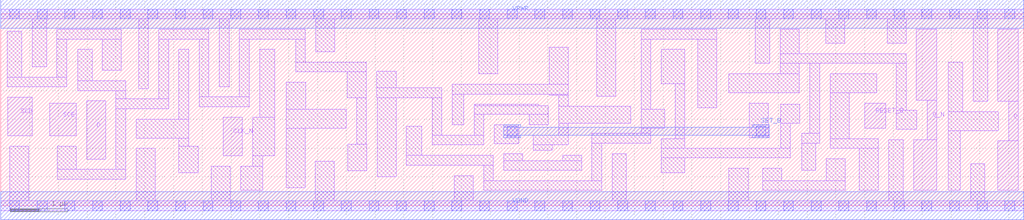
<source format=lef>
# Copyright 2020 The SkyWater PDK Authors
#
# Licensed under the Apache License, Version 2.0 (the "License");
# you may not use this file except in compliance with the License.
# You may obtain a copy of the License at
#
#     https://www.apache.org/licenses/LICENSE-2.0
#
# Unless required by applicable law or agreed to in writing, software
# distributed under the License is distributed on an "AS IS" BASIS,
# WITHOUT WARRANTIES OR CONDITIONS OF ANY KIND, either express or implied.
# See the License for the specific language governing permissions and
# limitations under the License.
#
# SPDX-License-Identifier: Apache-2.0

VERSION 5.7 ;
  NAMESCASESENSITIVE ON ;
  NOWIREEXTENSIONATPIN ON ;
  DIVIDERCHAR "/" ;
  BUSBITCHARS "[]" ;
UNITS
  DATABASE MICRONS 200 ;
END UNITS
MACRO sky130_fd_sc_lp__sdfbbn_1
  CLASS CORE ;
  SOURCE USER ;
  FOREIGN sky130_fd_sc_lp__sdfbbn_1 ;
  ORIGIN  0.000000  0.000000 ;
  SIZE  17.76000 BY  3.330000 ;
  SYMMETRY X Y R90 ;
  SITE unit ;
  PIN D
    ANTENNAGATEAREA  0.159000 ;
    DIRECTION INPUT ;
    USE SIGNAL ;
    PORT
      LAYER li1 ;
        RECT 1.490000 0.810000 1.820000 1.820000 ;
    END
  END D
  PIN Q
    ANTENNADIFFAREA  0.598500 ;
    DIRECTION OUTPUT ;
    USE SIGNAL ;
    PORT
      LAYER li1 ;
        RECT 17.315000 0.265000 17.670000 1.125000 ;
        RECT 17.315000 1.815000 17.670000 3.065000 ;
        RECT 17.500000 1.125000 17.670000 1.815000 ;
    END
  END Q
  PIN Q_N
    ANTENNADIFFAREA  0.592200 ;
    DIRECTION OUTPUT ;
    USE SIGNAL ;
    PORT
      LAYER li1 ;
        RECT 15.850000 0.265000 16.255000 1.145000 ;
        RECT 15.900000 1.835000 16.255000 3.065000 ;
        RECT 16.085000 1.145000 16.255000 1.835000 ;
    END
  END Q_N
  PIN RESET_B
    ANTENNAGATEAREA  0.159000 ;
    DIRECTION INPUT ;
    USE SIGNAL ;
    PORT
      LAYER li1 ;
        RECT 15.005000 1.345000 15.365000 1.780000 ;
    END
  END RESET_B
  PIN SCD
    ANTENNAGATEAREA  0.159000 ;
    DIRECTION INPUT ;
    USE SIGNAL ;
    PORT
      LAYER li1 ;
        RECT 0.125000 1.215000 0.550000 1.885000 ;
    END
  END SCD
  PIN SCE
    ANTENNAGATEAREA  0.318000 ;
    DIRECTION INPUT ;
    USE SIGNAL ;
    PORT
      LAYER li1 ;
        RECT 0.850000 1.215000 1.310000 1.780000 ;
    END
  END SCE
  PIN SET_B
    ANTENNAGATEAREA  0.444000 ;
    DIRECTION INPUT ;
    USE SIGNAL ;
    PORT
      LAYER met1 ;
        RECT  8.735000 1.180000  9.025000 1.225000 ;
        RECT  8.735000 1.225000 13.345000 1.365000 ;
        RECT  8.735000 1.365000  9.025000 1.410000 ;
        RECT 13.055000 1.180000 13.345000 1.225000 ;
        RECT 13.055000 1.365000 13.345000 1.410000 ;
    END
  END SET_B
  PIN CLK_N
    ANTENNAGATEAREA  0.159000 ;
    DIRECTION INPUT ;
    USE CLOCK ;
    PORT
      LAYER li1 ;
        RECT 3.860000 0.870000 4.195000 1.540000 ;
    END
  END CLK_N
  PIN VGND
    DIRECTION INOUT ;
    USE GROUND ;
    PORT
      LAYER met1 ;
        RECT 0.000000 -0.245000 17.760000 0.245000 ;
    END
  END VGND
  PIN VPWR
    DIRECTION INOUT ;
    USE POWER ;
    PORT
      LAYER met1 ;
        RECT 0.000000 3.085000 17.760000 3.575000 ;
    END
  END VPWR
  OBS
    LAYER li1 ;
      RECT  0.000000 -0.085000 17.760000 0.085000 ;
      RECT  0.000000  3.245000 17.760000 3.415000 ;
      RECT  0.115000  2.065000  1.145000 2.235000 ;
      RECT  0.115000  2.235000  0.365000 3.030000 ;
      RECT  0.155000  0.085000  0.485000 1.035000 ;
      RECT  0.545000  2.415000  0.795000 3.245000 ;
      RECT  0.975000  2.235000  1.145000 2.895000 ;
      RECT  0.975000  2.895000  2.095000 3.065000 ;
      RECT  0.980000  0.460000  2.170000 0.630000 ;
      RECT  0.980000  0.630000  1.310000 1.035000 ;
      RECT  1.335000  2.000000  2.170000 2.170000 ;
      RECT  1.335000  2.170000  1.585000 2.715000 ;
      RECT  1.765000  2.350000  2.095000 2.895000 ;
      RECT  2.000000  0.630000  2.170000 1.685000 ;
      RECT  2.000000  1.685000  2.915000 1.855000 ;
      RECT  2.000000  1.855000  2.170000 2.000000 ;
      RECT  2.350000  0.085000  2.680000 0.995000 ;
      RECT  2.350000  1.175000  3.265000 1.505000 ;
      RECT  2.395000  2.035000  2.565000 3.245000 ;
      RECT  2.745000  1.855000  2.915000 2.895000 ;
      RECT  2.745000  2.895000  3.615000 3.065000 ;
      RECT  3.095000  0.575000  3.425000 1.035000 ;
      RECT  3.095000  1.035000  3.265000 1.175000 ;
      RECT  3.095000  1.505000  3.265000 2.715000 ;
      RECT  3.445000  1.720000  4.315000 1.890000 ;
      RECT  3.445000  1.890000  3.615000 2.895000 ;
      RECT  3.655000  0.085000  3.985000 0.690000 ;
      RECT  3.795000  2.070000  3.965000 3.245000 ;
      RECT  4.145000  1.890000  4.315000 2.895000 ;
      RECT  4.145000  2.895000  5.290000 3.065000 ;
      RECT  4.165000  0.265000  4.545000 0.690000 ;
      RECT  4.375000  0.690000  4.545000 0.870000 ;
      RECT  4.375000  0.870000  4.760000 1.540000 ;
      RECT  4.495000  1.540000  4.760000 2.715000 ;
      RECT  4.955000  0.310000  5.285000 1.345000 ;
      RECT  4.955000  1.345000  6.000000 1.675000 ;
      RECT  4.955000  1.675000  5.295000 2.145000 ;
      RECT  5.120000  2.325000  6.350000 2.495000 ;
      RECT  5.120000  2.495000  5.290000 2.895000 ;
      RECT  5.465000  0.085000  5.795000 0.770000 ;
      RECT  5.470000  2.675000  5.800000 3.245000 ;
      RECT  6.020000  1.875000  6.350000 2.325000 ;
      RECT  6.025000  0.605000  6.355000 1.065000 ;
      RECT  6.180000  1.065000  6.350000 1.875000 ;
      RECT  6.530000  1.875000  7.660000 2.045000 ;
      RECT  6.530000  2.045000  6.865000 2.335000 ;
      RECT  6.535000  0.500000  6.865000 1.875000 ;
      RECT  7.045000  0.705000  8.555000 0.875000 ;
      RECT  7.045000  0.875000  7.310000 1.380000 ;
      RECT  7.490000  1.055000  8.390000 1.225000 ;
      RECT  7.490000  1.225000  7.660000 1.875000 ;
      RECT  7.840000  1.405000  8.040000 1.940000 ;
      RECT  7.840000  1.940000  9.855000 2.110000 ;
      RECT  7.875000  0.085000  8.205000 0.525000 ;
      RECT  8.220000  1.225000  8.390000 1.590000 ;
      RECT  8.220000  1.590000  9.505000 1.735000 ;
      RECT  8.220000  1.735000  9.345000 1.760000 ;
      RECT  8.300000  2.290000  8.630000 3.245000 ;
      RECT  8.385000  0.265000 10.435000 0.435000 ;
      RECT  8.385000  0.435000  8.555000 0.705000 ;
      RECT  8.570000  1.080000  8.995000 1.410000 ;
      RECT  8.735000  0.615000 10.085000 0.785000 ;
      RECT  8.735000  0.785000  9.065000 0.900000 ;
      RECT  9.175000  1.405000  9.505000 1.590000 ;
      RECT  9.245000  0.965000  9.575000 1.055000 ;
      RECT  9.245000  1.055000  9.855000 1.225000 ;
      RECT  9.525000  1.915000  9.855000 1.940000 ;
      RECT  9.525000  2.110000  9.855000 2.755000 ;
      RECT  9.685000  1.225000  9.855000 1.435000 ;
      RECT  9.685000  1.435000 10.940000 1.725000 ;
      RECT  9.685000  1.725000  9.855000 1.915000 ;
      RECT  9.755000  0.785000 10.085000 0.875000 ;
      RECT 10.265000  0.435000 10.435000 1.085000 ;
      RECT 10.265000  1.085000 11.290000 1.255000 ;
      RECT 10.345000  1.905000 10.675000 3.245000 ;
      RECT 10.615000  0.085000 10.865000 0.905000 ;
      RECT 11.120000  1.255000 11.290000 1.345000 ;
      RECT 11.120000  1.345000 11.530000 1.675000 ;
      RECT 11.120000  1.675000 11.290000 2.895000 ;
      RECT 11.120000  2.895000 12.430000 3.065000 ;
      RECT 11.470000  0.575000 11.880000 0.830000 ;
      RECT 11.470000  0.830000 13.710000 1.000000 ;
      RECT 11.470000  1.000000 11.880000 1.165000 ;
      RECT 11.470000  2.120000 11.880000 2.715000 ;
      RECT 11.710000  1.165000 11.880000 2.120000 ;
      RECT 12.100000  1.700000 12.430000 2.895000 ;
      RECT 12.640000  1.960000 13.865000 2.290000 ;
      RECT 12.645000  0.085000 12.975000 0.650000 ;
      RECT 13.000000  1.180000 13.330000 1.780000 ;
      RECT 13.105000  2.470000 13.355000 3.245000 ;
      RECT 13.235000  0.265000 14.665000 0.435000 ;
      RECT 13.235000  0.435000 13.565000 0.650000 ;
      RECT 13.535000  2.290000 13.865000 2.470000 ;
      RECT 13.535000  2.470000 15.720000 2.640000 ;
      RECT 13.535000  2.640000 13.865000 3.065000 ;
      RECT 13.540000  1.000000 13.710000 1.435000 ;
      RECT 13.540000  1.435000 13.870000 1.765000 ;
      RECT 13.905000  0.615000 14.155000 1.085000 ;
      RECT 13.905000  1.085000 14.220000 1.255000 ;
      RECT 14.050000  1.255000 14.220000 2.470000 ;
      RECT 14.325000  2.820000 14.655000 3.245000 ;
      RECT 14.335000  0.435000 14.665000 0.815000 ;
      RECT 14.400000  0.995000 15.240000 1.165000 ;
      RECT 14.400000  1.165000 14.730000 1.960000 ;
      RECT 14.400000  1.960000 15.210000 2.290000 ;
      RECT 14.910000  0.265000 15.240000 0.995000 ;
      RECT 15.390000  2.820000 15.720000 3.245000 ;
      RECT 15.420000  0.085000 15.670000 1.145000 ;
      RECT 15.550000  1.325000 15.905000 1.655000 ;
      RECT 15.550000  1.655000 15.720000 2.470000 ;
      RECT 16.455000  0.265000 16.660000 1.305000 ;
      RECT 16.455000  1.305000 17.320000 1.635000 ;
      RECT 16.455000  1.635000 16.705000 2.495000 ;
      RECT 16.840000  0.085000 17.090000 0.725000 ;
      RECT 16.885000  1.815000 17.135000 3.245000 ;
    LAYER mcon ;
      RECT  0.155000 -0.085000  0.325000 0.085000 ;
      RECT  0.155000  3.245000  0.325000 3.415000 ;
      RECT  0.635000 -0.085000  0.805000 0.085000 ;
      RECT  0.635000  3.245000  0.805000 3.415000 ;
      RECT  1.115000 -0.085000  1.285000 0.085000 ;
      RECT  1.115000  3.245000  1.285000 3.415000 ;
      RECT  1.595000 -0.085000  1.765000 0.085000 ;
      RECT  1.595000  3.245000  1.765000 3.415000 ;
      RECT  2.075000 -0.085000  2.245000 0.085000 ;
      RECT  2.075000  3.245000  2.245000 3.415000 ;
      RECT  2.555000 -0.085000  2.725000 0.085000 ;
      RECT  2.555000  3.245000  2.725000 3.415000 ;
      RECT  3.035000 -0.085000  3.205000 0.085000 ;
      RECT  3.035000  3.245000  3.205000 3.415000 ;
      RECT  3.515000 -0.085000  3.685000 0.085000 ;
      RECT  3.515000  3.245000  3.685000 3.415000 ;
      RECT  3.995000 -0.085000  4.165000 0.085000 ;
      RECT  3.995000  3.245000  4.165000 3.415000 ;
      RECT  4.475000 -0.085000  4.645000 0.085000 ;
      RECT  4.475000  3.245000  4.645000 3.415000 ;
      RECT  4.955000 -0.085000  5.125000 0.085000 ;
      RECT  4.955000  3.245000  5.125000 3.415000 ;
      RECT  5.435000 -0.085000  5.605000 0.085000 ;
      RECT  5.435000  3.245000  5.605000 3.415000 ;
      RECT  5.915000 -0.085000  6.085000 0.085000 ;
      RECT  5.915000  3.245000  6.085000 3.415000 ;
      RECT  6.395000 -0.085000  6.565000 0.085000 ;
      RECT  6.395000  3.245000  6.565000 3.415000 ;
      RECT  6.875000 -0.085000  7.045000 0.085000 ;
      RECT  6.875000  3.245000  7.045000 3.415000 ;
      RECT  7.355000 -0.085000  7.525000 0.085000 ;
      RECT  7.355000  3.245000  7.525000 3.415000 ;
      RECT  7.835000 -0.085000  8.005000 0.085000 ;
      RECT  7.835000  3.245000  8.005000 3.415000 ;
      RECT  8.315000 -0.085000  8.485000 0.085000 ;
      RECT  8.315000  3.245000  8.485000 3.415000 ;
      RECT  8.795000 -0.085000  8.965000 0.085000 ;
      RECT  8.795000  1.210000  8.965000 1.380000 ;
      RECT  8.795000  3.245000  8.965000 3.415000 ;
      RECT  9.275000 -0.085000  9.445000 0.085000 ;
      RECT  9.275000  3.245000  9.445000 3.415000 ;
      RECT  9.755000 -0.085000  9.925000 0.085000 ;
      RECT  9.755000  3.245000  9.925000 3.415000 ;
      RECT 10.235000 -0.085000 10.405000 0.085000 ;
      RECT 10.235000  3.245000 10.405000 3.415000 ;
      RECT 10.715000 -0.085000 10.885000 0.085000 ;
      RECT 10.715000  3.245000 10.885000 3.415000 ;
      RECT 11.195000 -0.085000 11.365000 0.085000 ;
      RECT 11.195000  3.245000 11.365000 3.415000 ;
      RECT 11.675000 -0.085000 11.845000 0.085000 ;
      RECT 11.675000  3.245000 11.845000 3.415000 ;
      RECT 12.155000 -0.085000 12.325000 0.085000 ;
      RECT 12.155000  3.245000 12.325000 3.415000 ;
      RECT 12.635000 -0.085000 12.805000 0.085000 ;
      RECT 12.635000  3.245000 12.805000 3.415000 ;
      RECT 13.115000 -0.085000 13.285000 0.085000 ;
      RECT 13.115000  1.210000 13.285000 1.380000 ;
      RECT 13.115000  3.245000 13.285000 3.415000 ;
      RECT 13.595000 -0.085000 13.765000 0.085000 ;
      RECT 13.595000  3.245000 13.765000 3.415000 ;
      RECT 14.075000 -0.085000 14.245000 0.085000 ;
      RECT 14.075000  3.245000 14.245000 3.415000 ;
      RECT 14.555000 -0.085000 14.725000 0.085000 ;
      RECT 14.555000  3.245000 14.725000 3.415000 ;
      RECT 15.035000 -0.085000 15.205000 0.085000 ;
      RECT 15.035000  3.245000 15.205000 3.415000 ;
      RECT 15.515000 -0.085000 15.685000 0.085000 ;
      RECT 15.515000  3.245000 15.685000 3.415000 ;
      RECT 15.995000 -0.085000 16.165000 0.085000 ;
      RECT 15.995000  3.245000 16.165000 3.415000 ;
      RECT 16.475000 -0.085000 16.645000 0.085000 ;
      RECT 16.475000  3.245000 16.645000 3.415000 ;
      RECT 16.955000 -0.085000 17.125000 0.085000 ;
      RECT 16.955000  3.245000 17.125000 3.415000 ;
      RECT 17.435000 -0.085000 17.605000 0.085000 ;
      RECT 17.435000  3.245000 17.605000 3.415000 ;
  END
END sky130_fd_sc_lp__sdfbbn_1

</source>
